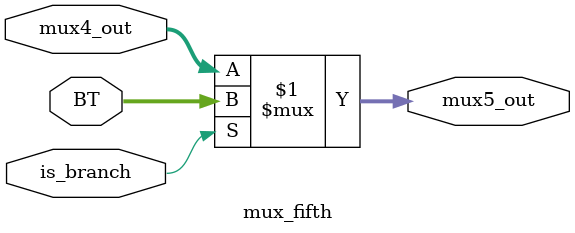
<source format=v>
`timescale 1ns / 1ps
module mux_fifth(is_branch, mux4_out, BT, mux5_out);
    
    input [31:0] mux4_out, BT; 
    input is_branch; 
    output [31:0] mux5_out;
    
    assign mux5_out = (is_branch ? BT : mux4_out);
    
endmodule

</source>
